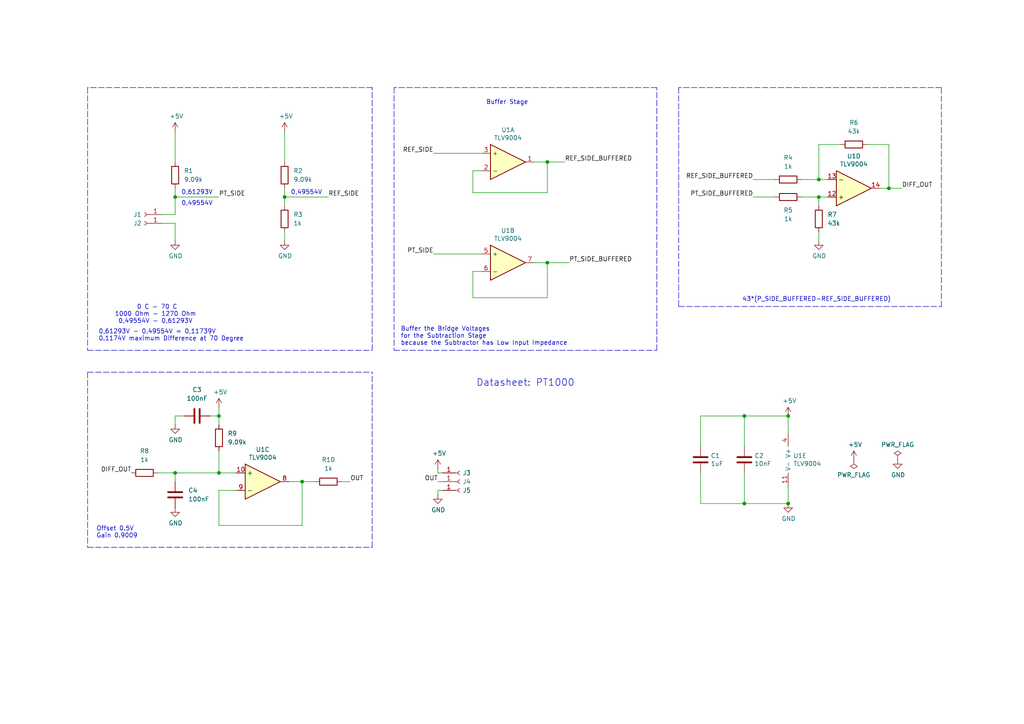
<source format=kicad_sch>
(kicad_sch (version 20250114) (generator "eeschema") (generator_version "9.0")
  (paper "A4")
  (lib_symbols
    (symbol "Connector:Conn_01x01_Socket" (pin_names (offset 1.016) (hide yes))
      (property "Reference" "J" (at 0 2.54 0))
      (property "Value" "Conn_01x01_Socket" (at 0 -2.54 0))
      (symbol "Conn_01x01_Socket_1_1"
        (polyline (pts (xy -1.27 0) (xy -0.508 0)) (stroke (width 0.1524)))
        (arc (start 0 -0.508) (mid -0.5058 0) (end 0 0.508) (stroke (width 0.1524)))
        (pin passive line (at -5.08 0 0) (length 3.81) (name "Pin_1") (number "1"))
      )
    )
    (symbol "Device:C" (pin_numbers (hide yes)) (pin_names (offset 0.254))
      (property "Reference" "C" (at 0.635 2.54 0))
      (property "Value" "C" (at 0.635 -2.54 0))
      (symbol "C_0_1"
        (polyline (pts (xy -2.032 0.762) (xy 2.032 0.762)) (stroke (width 0.508)))
        (polyline (pts (xy -2.032 -0.762) (xy 2.032 -0.762)) (stroke (width 0.508)))
      )
      (symbol "C_1_1"
        (pin passive line (at 0 3.81 270) (length 2.794) (name "~") (number "1"))
        (pin passive line (at 0 -3.81 90) (length 2.794) (name "~") (number "2"))
      )
    )
    (symbol "Device:Opamp_Quad_Generic"
      (property "Reference" "U" (at 0 5.08 0))
      (property "Value" "Device_Opamp_Quad_Generic" (at 0 -5.08 0))
      (symbol "Opamp_Quad_Generic_1_1"
        (polyline (pts (xy -5.08 5.08) (xy 5.08 0) (xy -5.08 -5.08) (xy -5.08 5.08)) (stroke (width 0.254)) (fill (type background)))
        (pin input line (at -7.62 2.54 0) (length 2.54) (name "+") (number "3"))
        (pin input line (at -7.62 -2.54 0) (length 2.54) (name "-") (number "2"))
        (pin output line (at 7.62 0 180) (length 2.54) (name "~") (number "1"))
      )
      (symbol "Opamp_Quad_Generic_2_1"
        (polyline (pts (xy -5.08 5.08) (xy 5.08 0) (xy -5.08 -5.08) (xy -5.08 5.08)) (stroke (width 0.254)) (fill (type background)))
        (pin input line (at -7.62 2.54 0) (length 2.54) (name "+") (number "5"))
        (pin input line (at -7.62 -2.54 0) (length 2.54) (name "-") (number "6"))
        (pin output line (at 7.62 0 180) (length 2.54) (name "~") (number "7"))
      )
      (symbol "Opamp_Quad_Generic_3_1"
        (polyline (pts (xy -5.08 5.08) (xy 5.08 0) (xy -5.08 -5.08) (xy -5.08 5.08)) (stroke (width 0.254)) (fill (type background)))
        (pin input line (at -7.62 2.54 0) (length 2.54) (name "+") (number "10"))
        (pin input line (at -7.62 -2.54 0) (length 2.54) (name "-") (number "9"))
        (pin output line (at 7.62 0 180) (length 2.54) (name "~") (number "8"))
      )
      (symbol "Opamp_Quad_Generic_4_1"
        (polyline (pts (xy -5.08 5.08) (xy 5.08 0) (xy -5.08 -5.08) (xy -5.08 5.08)) (stroke (width 0.254)) (fill (type background)))
        (pin input line (at -7.62 2.54 0) (length 2.54) (name "+") (number "12"))
        (pin input line (at -7.62 -2.54 0) (length 2.54) (name "-") (number "13"))
        (pin output line (at 7.62 0 180) (length 2.54) (name "~") (number "14"))
      )
      (symbol "Opamp_Quad_Generic_5_1"
        (pin power_in line (at -2.54 7.62 270) (length 3.81) (name "V+") (number "4"))
        (pin power_in line (at -2.54 -7.62 90) (length 3.81) (name "V-") (number "11"))
      )
    )
    (symbol "Device:R" (pin_numbers (hide yes)) (pin_names (offset 0))
      (property "Reference" "R" (at 2.032 0 90))
      (property "Value" "R" (at 0 0 90))
      (symbol "R_0_1"
        (rectangle (start -1.016 -2.54) (end 1.016 2.54) (stroke (width 0.254)))
      )
      (symbol "R_1_1"
        (pin passive line (at 0 3.81 270) (length 1.27) (name "~") (number "1"))
        (pin passive line (at 0 -3.81 90) (length 1.27) (name "~") (number "2"))
      )
    )
    (symbol "power:+5V" (power) (pin_numbers (hide yes)) (pin_names (offset 0) (hide yes))
      (property "Value" "+5V" (at 0 3.556 0))
      (symbol "+5V_0_1"
        (polyline (pts (xy -0.762 1.27) (xy 0 2.54)))
        (polyline (pts (xy 0 2.54) (xy 0.762 1.27)))
        (polyline (pts (xy 0 0) (xy 0 2.54)))
      )
      (symbol "+5V_1_1"
        (pin power_in line (at 0 0 90) (length 0) (name "~") (number "1"))
      )
    )
    (symbol "power:GND" (power) (pin_numbers (hide yes)) (pin_names (offset 0) (hide yes))
      (property "Value" "GND" (at 0 -3.81 0))
      (symbol "GND_0_1"
        (polyline (pts (xy 0 0) (xy 0 -1.27) (xy 1.27 -1.27) (xy 0 -2.54) (xy -1.27 -1.27) (xy 0 -1.27)))
      )
      (symbol "GND_1_1"
        (pin power_in line (at 0 0 270) (length 0) (name "~") (number "1"))
      )
    )
    (symbol "power:PWR_FLAG" (power) (pin_numbers (hide yes)) (pin_names (offset 0) (hide yes))
      (property "Value" "PWR_FLAG" (at 0 3.81 0))
      (symbol "PWR_FLAG_0_0"
        (pin power_out line (at 0 0 90) (length 0) (name "~") (number "1"))
      )
      (symbol "PWR_FLAG_0_1"
        (polyline (pts (xy 0 0) (xy 0 1.27) (xy -1.016 1.905) (xy 0 2.54) (xy 1.016 1.905) (xy 0 1.27)))
      )
    )
  )
  (text "Datasheet: PT1000" (at 152.4 111.125 0) (effects (font (size 2 2))))
  (text "Buffer the Bridge Voltages\nfor the Subtraction Stage\nbecause the Subtractor has Low Input Impedance" (at 116.205 100.33 0) (effects (font (size 1.27 1.27)) (justify left bottom)))
  (text "0,61293V" (at 57.15 55.88 0) (effects (font (size 1.27 1.27))))
  (text "0,61293V − 0,49554V = 0,11739 V\n0.1174V maximum Difference at 70 Degree" (at 28.575 99.06 0) (effects (font (size 1.27 1.27)) (justify left bottom)))
  (text "Offset 0.5V\nGain 0.9009" (at 27.94 156.21 0) (effects (font (size 1.27 1.27)) (justify left bottom)))
  (text "0,49554V" (at 88.9 55.88 0) (effects (font (size 1.27 1.27))))
  (text " 0 C - 70 C\n1000 Ohm - 1270 Ohm\n0,49554V - 0,61293V" (at 45.085 93.98 0) (effects (font (size 1.27 1.27)) (justify bottom)))
  (text "Buffer Stage" (at 140.97 30.48 0) (effects (font (size 1.27 1.27)) (justify left bottom)))
  (text "43*(P_SIDE_BUFFERED-REF_SIDE_BUFFERED)" (at 215.265 87.63 0) (effects (font (size 1.27 1.27)) (justify left bottom)))
  (text "0,49554V" (at 57.15 59.055 0) (effects (font (size 1.27 1.27))))
  (junction (at 215.9 146.05))
  (junction (at 215.9 120.65))
  (junction (at 50.8 137.16))
  (junction (at 50.8 57.15))
  (junction (at 87.63 139.7))
  (junction (at 63.5 137.16))
  (junction (at 228.6 146.05))
  (junction (at 158.75 46.99))
  (junction (at 158.75 76.2))
  (junction (at 237.49 52.07))
  (junction (at 228.6 120.65))
  (junction (at 82.55 57.15))
  (junction (at 63.5 120.65))
  (junction (at 237.49 57.15))
  (junction (at 257.81 54.61))
  (wire (pts (xy 50.8 137.16) (xy 63.5 137.16)))
  (polyline (pts (xy 273.05 88.9) (xy 273.05 25.4)) (stroke (width 0) (type dash)))
  (wire (pts (xy 154.94 76.2) (xy 158.75 76.2)))
  (wire (pts (xy 95.25 57.15) (xy 82.55 57.15)))
  (polyline (pts (xy 190.5 25.4) (xy 114.3 25.4)) (stroke (width 0) (type dash)))
  (wire (pts (xy 82.55 69.85) (xy 82.55 67.31)))
  (polyline (pts (xy 25.4 101.6) (xy 107.95 101.6)) (stroke (width 0) (type dash)))
  (wire (pts (xy 125.73 44.45) (xy 139.7 44.45)))
  (polyline (pts (xy 114.3 25.4) (xy 114.3 101.6)) (stroke (width 0) (type dash)))
  (wire (pts (xy 224.79 52.07) (xy 218.44 52.07)))
  (wire (pts (xy 137.16 78.74) (xy 139.7 78.74)))
  (wire (pts (xy 63.5 137.16) (xy 68.58 137.16)))
  (wire (pts (xy 63.5 142.24) (xy 68.58 142.24)))
  (wire (pts (xy 237.49 41.91) (xy 243.84 41.91)))
  (polyline (pts (xy 196.85 25.4) (xy 196.85 88.9)) (stroke (width 0) (type dash)))
  (wire (pts (xy 237.49 67.31) (xy 237.49 69.85)))
  (wire (pts (xy 46.99 62.23) (xy 50.8 62.23)))
  (polyline (pts (xy 25.4 107.95) (xy 25.4 158.75)) (stroke (width 0) (type dash)))
  (wire (pts (xy 137.16 55.88) (xy 158.75 55.88)))
  (wire (pts (xy 215.9 120.65) (xy 215.9 129.54)))
  (wire (pts (xy 203.2 146.05) (xy 215.9 146.05)))
  (wire (pts (xy 139.7 49.53) (xy 137.16 49.53)))
  (wire (pts (xy 215.9 120.65) (xy 228.6 120.65)))
  (wire (pts (xy 237.49 57.15) (xy 232.41 57.15)))
  (wire (pts (xy 237.49 52.07) (xy 232.41 52.07)))
  (polyline (pts (xy 107.95 101.6) (xy 107.95 25.4)) (stroke (width 0) (type dash)))
  (wire (pts (xy 63.5 130.81) (xy 63.5 137.16)))
  (wire (pts (xy 127 137.16) (xy 127 135.89)))
  (wire (pts (xy 128.27 137.16) (xy 127 137.16)))
  (wire (pts (xy 237.49 59.69) (xy 237.49 57.15)))
  (wire (pts (xy 127 142.24) (xy 128.27 142.24)))
  (wire (pts (xy 50.8 57.15) (xy 50.8 62.23)))
  (wire (pts (xy 228.6 120.65) (xy 228.6 125.73)))
  (wire (pts (xy 82.55 59.69) (xy 82.55 57.15)))
  (wire (pts (xy 46.99 64.77) (xy 50.8 64.77)))
  (wire (pts (xy 158.75 46.99) (xy 163.83 46.99)))
  (wire (pts (xy 127 139.7) (xy 128.27 139.7)))
  (wire (pts (xy 257.81 41.91) (xy 251.46 41.91)))
  (wire (pts (xy 215.9 146.05) (xy 228.6 146.05)))
  (wire (pts (xy 60.96 120.65) (xy 63.5 120.65)))
  (wire (pts (xy 137.16 49.53) (xy 137.16 55.88)))
  (wire (pts (xy 215.9 137.16) (xy 215.9 146.05)))
  (wire (pts (xy 82.55 38.1) (xy 82.55 46.99)))
  (wire (pts (xy 91.44 139.7) (xy 87.63 139.7)))
  (wire (pts (xy 87.63 152.4) (xy 87.63 139.7)))
  (polyline (pts (xy 190.5 101.6) (xy 190.5 25.4)) (stroke (width 0) (type dash)))
  (wire (pts (xy 215.9 120.65) (xy 203.2 120.65)))
  (wire (pts (xy 257.81 41.91) (xy 257.81 54.61)))
  (wire (pts (xy 127 143.51) (xy 127 142.24)))
  (polyline (pts (xy 114.3 101.6) (xy 190.5 101.6)) (stroke (width 0) (type dash)))
  (wire (pts (xy 82.55 57.15) (xy 82.55 54.61)))
  (wire (pts (xy 158.75 76.2) (xy 158.75 86.36)))
  (wire (pts (xy 50.8 120.65) (xy 53.34 120.65)))
  (polyline (pts (xy 25.4 107.95) (xy 107.95 107.95)) (stroke (width 0) (type dash)))
  (polyline (pts (xy 107.95 158.75) (xy 107.95 107.95)) (stroke (width 0) (type dash)))
  (wire (pts (xy 218.44 57.15) (xy 224.79 57.15)))
  (wire (pts (xy 203.2 146.05) (xy 203.2 137.16)))
  (wire (pts (xy 158.75 46.99) (xy 154.94 46.99)))
  (polyline (pts (xy 273.05 25.4) (xy 196.85 25.4)) (stroke (width 0) (type dash)))
  (wire (pts (xy 228.6 140.97) (xy 228.6 146.05)))
  (wire (pts (xy 125.73 73.66) (xy 139.7 73.66)))
  (wire (pts (xy 50.8 64.77) (xy 50.8 69.85)))
  (wire (pts (xy 257.81 54.61) (xy 261.62 54.61)))
  (wire (pts (xy 165.1 76.2) (xy 158.75 76.2)))
  (wire (pts (xy 50.8 123.19) (xy 50.8 120.65)))
  (wire (pts (xy 158.75 86.36) (xy 137.16 86.36)))
  (wire (pts (xy 83.82 139.7) (xy 87.63 139.7)))
  (wire (pts (xy 237.49 52.07) (xy 240.03 52.07)))
  (wire (pts (xy 63.5 152.4) (xy 63.5 142.24)))
  (polyline (pts (xy 25.4 158.75) (xy 107.95 158.75)) (stroke (width 0) (type dash)))
  (wire (pts (xy 45.72 137.16) (xy 50.8 137.16)))
  (wire (pts (xy 99.06 139.7) (xy 101.6 139.7)))
  (wire (pts (xy 63.5 57.15) (xy 50.8 57.15)))
  (wire (pts (xy 63.5 120.65) (xy 63.5 123.19)))
  (wire (pts (xy 203.2 120.65) (xy 203.2 129.54)))
  (polyline (pts (xy 196.85 88.9) (xy 273.05 88.9)) (stroke (width 0) (type dash)))
  (wire (pts (xy 50.8 54.61) (xy 50.8 57.15)))
  (wire (pts (xy 87.63 152.4) (xy 63.5 152.4)))
  (wire (pts (xy 240.03 57.15) (xy 237.49 57.15)))
  (wire (pts (xy 50.8 38.1) (xy 50.8 46.99)))
  (wire (pts (xy 158.75 55.88) (xy 158.75 46.99)))
  (wire (pts (xy 63.5 118.11) (xy 63.5 120.65)))
  (wire (pts (xy 50.8 139.7) (xy 50.8 137.16)))
  (wire (pts (xy 137.16 86.36) (xy 137.16 78.74)))
  (wire (pts (xy 237.49 41.91) (xy 237.49 52.07)))
  (polyline (pts (xy 107.95 25.4) (xy 25.4 25.4)) (stroke (width 0) (type dash)))
  (wire (pts (xy 257.81 54.61) (xy 255.27 54.61)))
  (polyline (pts (xy 25.4 25.4) (xy 25.4 101.6)) (stroke (width 0) (type dash)))
  (label "PT_SIDE" (at 63.5 57.15 0))
  (label "DIFF_OUT" (at 261.62 54.61 0))
  (label "PT_SIDE" (at 125.73 73.66 180))
  (label "PT_SIDE_BUFFERED" (at 165.1 76.2 0))
  (label "REF_SIDE_BUFFERED" (at 163.83 46.99 0))
  (label "REF_SIDE_BUFFERED" (at 218.44 52.07 180))
  (label "DIFF_OUT" (at 38.1 137.16 180))
  (label "PT_SIDE_BUFFERED" (at 218.44 57.15 180))
  (label "REF_SIDE" (at 95.25 57.15 0))
  (label "REF_SIDE" (at 125.73 44.45 180))
  (label "OUT" (at 101.6 139.7 0))
  (label "OUT" (at 127 139.7 180))
  (symbol (lib_id "Device:R") (at 50.8 50.8 0) (unit 1)
    (property "Reference" "R1" (at 53.34 49.5299 0) (effects (justify left)))
    (property "Value" "9.09k" (at 53.34 52.0699 0) (effects (justify left)))
    (property "Footprint" "Resistor_SMD:R_0603_1608Metric" (effects (hide yes)))
    (property "Description" "Resistor" (effects (hide yes)))
  )
  (symbol (lib_id "Device:R") (at 82.55 50.8 0) (unit 1)
    (property "Reference" "R2" (at 85.09 49.5299 0) (effects (justify left)))
    (property "Value" "9.09k" (at 85.09 52.0699 0) (effects (justify left)))
    (property "Footprint" "Resistor_SMD:R_0603_1608Metric" (effects (hide yes)))
    (property "Description" "Resistor" (effects (hide yes)))
  )
  (symbol (lib_id "Device:R") (at 82.55 63.5 0) (unit 1)
    (property "Reference" "R3" (at 85.09 62.2299 0) (effects (justify left)))
    (property "Value" "1k" (at 85.09 64.7699 0) (effects (justify left)))
    (property "Footprint" "Resistor_SMD:R_0603_1608Metric" (effects (hide yes)))
    (property "Description" "Resistor" (effects (hide yes)))
  )
  (symbol (lib_id "power:GND") (at 50.8 69.85 0) (unit 1)
    (property "Reference" "#PWR03" (effects (hide yes)))
    (property "Value" "GND" (at 50.927 74.2442 0))
    (property "Description" "Power symbol creates a global label with name \"GND\" , ground" (effects (hide yes)))
  )
  (symbol (lib_id "power:GND") (at 82.55 69.85 0) (unit 1)
    (property "Reference" "#PWR04" (effects (hide yes)))
    (property "Value" "GND" (at 82.677 74.2442 0))
    (property "Description" "Power symbol creates a global label with name \"GND\" , ground" (effects (hide yes)))
  )
  (symbol (lib_id "power:+5V") (at 50.8 38.1 0) (unit 1)
    (property "Reference" "#PWR01" (effects (hide yes)))
    (property "Value" "+5V" (at 51.181 33.7058 0))
    (property "Description" "Power symbol creates a global label with name \"+5V\"" (effects (hide yes)))
  )
  (symbol (lib_id "power:+5V") (at 82.55 38.1 0) (unit 1)
    (property "Reference" "#PWR02" (effects (hide yes)))
    (property "Value" "+5V" (at 82.931 33.7058 0))
    (property "Description" "Power symbol creates a global label with name \"+5V\"" (effects (hide yes)))
  )
  (symbol (lib_id "Device:R") (at 228.6 52.07 270) (unit 1)
    (property "Reference" "R4" (at 228.6 45.72 90))
    (property "Value" "1k" (at 228.6 48.26 90))
    (property "Footprint" "Resistor_SMD:R_0603_1608Metric" (effects (hide yes)))
    (property "Description" "Resistor" (effects (hide yes)))
  )
  (symbol (lib_id "Device:R") (at 228.6 57.15 270) (unit 1)
    (property "Reference" "R5" (at 228.6 60.96 90))
    (property "Value" "1k" (at 228.6 63.5 90))
    (property "Footprint" "Resistor_SMD:R_0603_1608Metric" (effects (hide yes)))
    (property "Description" "Resistor" (effects (hide yes)))
  )
  (symbol (lib_id "Device:R") (at 237.49 63.5 0) (unit 1)
    (property "Reference" "R7" (at 240.03 62.2299 0) (effects (justify left)))
    (property "Value" "43k" (at 240.03 64.7699 0) (effects (justify left)))
    (property "Footprint" "Resistor_SMD:R_0603_1608Metric" (effects (hide yes)))
    (property "Description" "Resistor" (effects (hide yes)))
  )
  (symbol (lib_id "Device:R") (at 247.65 41.91 270) (unit 1)
    (property "Reference" "R6" (at 247.65 35.56 90))
    (property "Value" "43k" (at 247.65 38.1 90))
    (property "Footprint" "Resistor_SMD:R_0603_1608Metric" (effects (hide yes)))
    (property "Description" "Resistor" (effects (hide yes)))
  )
  (symbol (lib_id "power:GND") (at 237.49 69.85 0) (unit 1)
    (property "Reference" "#PWR05" (effects (hide yes)))
    (property "Value" "GND" (at 237.617 74.2442 0))
    (property "Description" "Power symbol creates a global label with name \"GND\" , ground" (effects (hide yes)))
  )
  (symbol (lib_id "power:PWR_FLAG") (at 247.65 133.35 180) (unit 1)
    (property "Reference" "#FLG01" (effects (hide yes)))
    (property "Value" "PWR_FLAG" (at 247.65 137.7442 0))
    (property "Description" "Special symbol for telling ERC where power comes from" (effects (hide yes)))
  )
  (symbol (lib_id "power:PWR_FLAG") (at 260.35 133.35 0) (unit 1)
    (property "Reference" "#FLG02" (effects (hide yes)))
    (property "Value" "PWR_FLAG" (at 260.35 128.9558 0))
    (property "Description" "Special symbol for telling ERC where power comes from" (effects (hide yes)))
  )
  (symbol (lib_id "power:+5V") (at 247.65 133.35 0) (unit 1)
    (property "Reference" "#PWR09" (effects (hide yes)))
    (property "Value" "+5V" (at 248.031 128.9558 0))
    (property "Description" "Power symbol creates a global label with name \"+5V\"" (effects (hide yes)))
  )
  (symbol (lib_id "power:GND") (at 260.35 133.35 0) (unit 1)
    (property "Reference" "#PWR010" (effects (hide yes)))
    (property "Value" "GND" (at 260.477 137.7442 0))
    (property "Description" "Power symbol creates a global label with name \"GND\" , ground" (effects (hide yes)))
  )
  (symbol (lib_id "Device:R") (at 41.91 137.16 270) (unit 1)
    (property "Reference" "R8" (at 41.91 130.81 90))
    (property "Value" "1k" (at 41.91 133.35 90))
    (property "Footprint" "Resistor_SMD:R_0603_1608Metric" (effects (hide yes)))
    (property "Description" "Resistor" (effects (hide yes)))
  )
  (symbol (lib_id "Device:R") (at 63.5 127 0) (mirror y) (unit 1)
    (property "Reference" "R9" (at 66.04 125.7299 0) (effects (justify right)))
    (property "Value" "9.09k" (at 66.04 128.2699 0) (effects (justify right)))
    (property "Footprint" "Resistor_SMD:R_0603_1608Metric" (effects (hide yes)))
    (property "Description" "Resistor" (effects (hide yes)))
  )
  (symbol (lib_id "Device:R") (at 95.25 139.7 270) (unit 1)
    (property "Reference" "R10" (at 95.25 133.35 90))
    (property "Value" "1k" (at 95.25 135.89 90))
    (property "Footprint" "Resistor_SMD:R_0603_1608Metric" (effects (hide yes)))
    (property "Description" "Resistor" (effects (hide yes)))
  )
  (symbol (lib_id "Device:C") (at 57.15 120.65 270) (unit 1)
    (property "Reference" "C3" (at 57.15 113.03 90))
    (property "Value" "100nF" (at 57.15 115.57 90))
    (property "Footprint" "Capacitor_SMD:C_0603_1608Metric" (effects (hide yes)))
    (property "Description" "Unpolarized capacitor" (effects (hide yes)))
  )
  (symbol (lib_id "power:GND") (at 50.8 123.19 0) (unit 1)
    (property "Reference" "#PWR08" (effects (hide yes)))
    (property "Value" "GND" (at 50.927 127.5842 0))
    (property "Description" "Power symbol creates a global label with name \"GND\" , ground" (effects (hide yes)))
  )
  (symbol (lib_id "Device:C") (at 50.8 143.51 0) (unit 1)
    (property "Reference" "C4" (at 54.61 142.2399 0) (effects (justify left)))
    (property "Value" "100nF" (at 54.61 144.7799 0) (effects (justify left)))
    (property "Footprint" "Capacitor_SMD:C_0603_1608Metric" (effects (hide yes)))
    (property "Description" "Unpolarized capacitor" (effects (hide yes)))
  )
  (symbol (lib_id "power:GND") (at 50.8 147.32 0) (unit 1)
    (property "Reference" "#PWR014" (effects (hide yes)))
    (property "Value" "GND" (at 50.927 151.7142 0))
    (property "Description" "Power symbol creates a global label with name \"GND\" , ground" (effects (hide yes)))
  )
  (symbol (lib_id "Device:C") (at 215.9 133.35 0) (unit 1)
    (property "Reference" "C2" (at 218.821 132.1816 0) (effects (justify left)))
    (property "Value" "10nF" (at 218.821 134.493 0) (effects (justify left)))
    (property "Footprint" "Capacitor_SMD:C_0603_1608Metric" (effects (hide yes)))
    (property "Description" "Unpolarized capacitor" (effects (hide yes)))
  )
  (symbol (lib_id "Device:C") (at 203.2 133.35 0) (unit 1)
    (property "Reference" "C1" (at 206.121 132.1816 0) (effects (justify left)))
    (property "Value" "1uF" (at 206.121 134.493 0) (effects (justify left)))
    (property "Footprint" "Capacitor_SMD:C_0603_1608Metric" (effects (hide yes)))
    (property "Description" "Unpolarized capacitor" (effects (hide yes)))
  )
  (symbol (lib_id "power:GND") (at 228.6 146.05 0) (unit 1)
    (property "Reference" "#PWR013" (effects (hide yes)))
    (property "Value" "GND" (at 228.727 150.4442 0))
    (property "Description" "Power symbol creates a global label with name \"GND\" , ground" (effects (hide yes)))
  )
  (symbol (lib_id "power:+5V") (at 63.5 118.11 0) (unit 1)
    (property "Reference" "#PWR06" (effects (hide yes)))
    (property "Value" "+5V" (at 63.881 113.7158 0))
    (property "Description" "Power symbol creates a global label with name \"+5V\"" (effects (hide yes)))
  )
  (symbol (lib_id "power:+5V") (at 127 135.89 0) (unit 1)
    (property "Reference" "#PWR011" (effects (hide yes)))
    (property "Value" "+5V" (at 127.381 131.4958 0))
    (property "Description" "Power symbol creates a global label with name \"+5V\"" (effects (hide yes)))
  )
  (symbol (lib_id "power:GND") (at 127 143.51 0) (unit 1)
    (property "Reference" "#PWR012" (effects (hide yes)))
    (property "Value" "GND" (at 127.127 147.9042 0))
    (property "Description" "Power symbol creates a global label with name \"GND\" , ground" (effects (hide yes)))
  )
  (symbol (lib_id "Device:Opamp_Quad_Generic") (at 147.32 46.99 0) (unit 1)
    (property "Reference" "U1" (at 147.32 37.6682 0))
    (property "Value" "TLV9004" (at 147.32 39.9796 0))
    (property "Footprint" "MessbrueckePT1000:SOT-23-14" (effects (hide yes)))
  )
  (symbol (lib_id "Device:Opamp_Quad_Generic") (at 147.32 76.2 0) (unit 2)
    (property "Reference" "U1" (at 147.32 66.8782 0))
    (property "Value" "TLV9004" (at 147.32 69.1896 0))
    (property "Footprint" "MessbrueckePT1000:SOT-23-14" (effects (hide yes)))
  )
  (symbol (lib_id "Device:Opamp_Quad_Generic") (at 76.2 139.7 0) (unit 3)
    (property "Reference" "U1" (at 76.2 130.3782 0))
    (property "Value" "TLV9004" (at 76.2 132.6896 0))
    (property "Footprint" "MessbrueckePT1000:SOT-23-14" (effects (hide yes)))
  )
  (symbol (lib_id "Device:Opamp_Quad_Generic") (at 247.65 54.61 0) (mirror x) (unit 4)
    (property "Reference" "U1" (at 247.65 45.2882 0))
    (property "Value" "TLV9004" (at 247.65 47.5996 0))
    (property "Footprint" "MessbrueckePT1000:SOT-23-14" (effects (hide yes)))
  )
  (symbol (lib_id "Device:Opamp_Quad_Generic") (at 231.14 133.35 0) (unit 5)
    (property "Reference" "U1" (at 230.0732 132.1816 0) (effects (justify left)))
    (property "Value" "TLV9004" (at 230.0732 134.493 0) (effects (justify left)))
    (property "Footprint" "MessbrueckePT1000:SOT-23-14" (effects (hide yes)))
  )
  (symbol (lib_id "power:+5V") (at 228.6 120.65 0) (unit 1)
    (property "Reference" "#PWR07" (effects (hide yes)))
    (property "Value" "+5V" (at 228.981 116.2558 0))
    (property "Description" "Power symbol creates a global label with name \"+5V\"" (effects (hide yes)))
  )
  (symbol (lib_id "Connector:Conn_01x01_Socket") (at 133.35 137.16 0) (unit 1)
    (property "Reference" "J3" (at 135.382 137.16 0))
    (property "Value" "Conn_01x01_Socket" (effects (hide yes)))
    (property "Footprint" "MessbrueckePT1000:SolderWire_Small_1mm" (effects (hide yes)))
    (property "Description" "Generic connector, single row, 01x01, script generated" (effects (hide yes)))
  )
  (symbol (lib_id "Connector:Conn_01x01_Socket") (at 133.35 139.7 0) (unit 1)
    (property "Reference" "J4" (at 135.382 139.7 0))
    (property "Value" "Conn_01x01_Socket" (effects (hide yes)))
    (property "Footprint" "MessbrueckePT1000:SolderWire_Small_1mm" (effects (hide yes)))
    (property "Description" "Generic connector, single row, 01x01, script generated" (effects (hide yes)))
  )
  (symbol (lib_id "Connector:Conn_01x01_Socket") (at 133.35 142.24 0) (unit 1)
    (property "Reference" "J5" (at 135.382 142.24 0))
    (property "Value" "Conn_01x01_Socket" (effects (hide yes)))
    (property "Footprint" "MessbrueckePT1000:SolderWire_Small_1mm" (effects (hide yes)))
    (property "Description" "Generic connector, single row, 01x01, script generated" (effects (hide yes)))
  )
  (symbol (lib_id "Connector:Conn_01x01_Socket") (at 41.91 62.23 180) (unit 1)
    (property "Reference" "J1" (at 39.878 62.23 0))
    (property "Value" "Conn_01x01_Socket" (effects (hide yes)))
    (property "Footprint" "MessbrueckePT1000:SolderWire_Small_1mm" (effects (hide yes)))
    (property "Description" "Generic connector, single row, 01x01, script generated" (effects (hide yes)))
  )
  (symbol (lib_id "Connector:Conn_01x01_Socket") (at 41.91 64.77 180) (unit 1)
    (property "Reference" "J2" (at 39.878 64.77 0))
    (property "Value" "Conn_01x01_Socket" (effects (hide yes)))
    (property "Footprint" "MessbrueckePT1000:SolderWire_Small_1mm" (effects (hide yes)))
    (property "Description" "Generic connector, single row, 01x01, script generated" (effects (hide yes)))
  )
)
</source>
